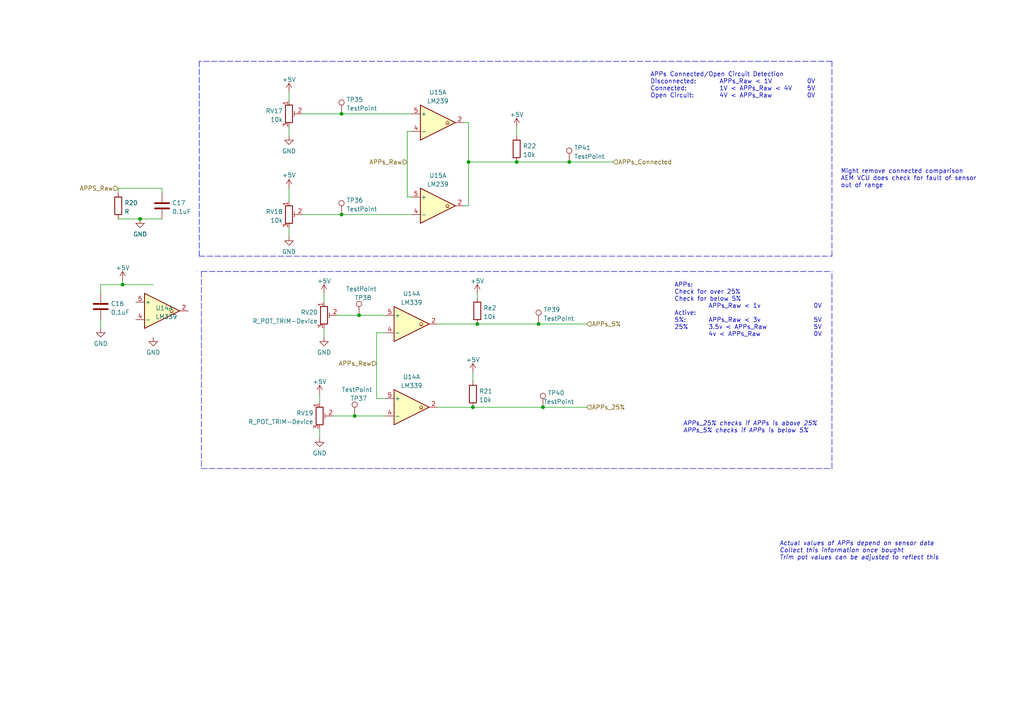
<source format=kicad_sch>
(kicad_sch (version 20211123) (generator eeschema)
  (paper "A4")
  (lib_symbols
    (symbol "20-ELC-2-01-R2(Appetizer)-rescue:R_POT_TRIM-Device" (pin_names (offset 1.016) hide)
      (property "Reference" "RV" (at -4.445 0 90))
      (property "Value" "R_POT_TRIM-Device" (at -2.54 0 90))
      (symbol "R_POT_TRIM-Device_0_1"
        (polyline (pts (xy 1.524 0.762) (xy 1.524 -0.762)))
        (polyline (pts (xy 2.54 0) (xy 1.524 0)))
        (rectangle (start 1.016 2.54) (end -1.016 -2.54) (stroke (width 0.254)))
      )
      (symbol "R_POT_TRIM-Device_1_1"
        (pin passive line (at 0 3.81 270) (length 1.27) (name "1") (number "1"))
        (pin passive line (at 3.81 0 180) (length 1.27) (name "2") (number "2"))
        (pin passive line (at 0 -3.81 90) (length 1.27) (name "3") (number "3"))
      )
    )
    (symbol "Comparator:LM339" (pin_names (offset 0.127))
      (property "Reference" "U" (at 0 5.08 0))
      (property "Value" "LM339" (at 0 -5.08 0))
      (symbol "LM339_1_1"
        (polyline (pts (xy -5.08 5.08) (xy 5.08 0) (xy -5.08 -5.08) (xy -5.08 5.08)) (stroke (width 0.254)) (fill (type background)))
        (polyline (pts (xy 3.302 -0.508) (xy 2.794 -0.508) (xy 3.302 0) (xy 2.794 0.508) (xy 2.286 0) (xy 2.794 -0.508) (xy 2.286 -0.508)) (stroke (width 0.127)))
        (pin open_collector line (at 7.62 0 180) (length 2.54) (name "~") (number "2"))
        (pin input line (at -7.62 -2.54 0) (length 2.54) (name "-") (number "4"))
        (pin input line (at -7.62 2.54 0) (length 2.54) (name "+") (number "5"))
      )
      (symbol "LM339_2_1"
        (polyline (pts (xy -5.08 5.08) (xy 5.08 0) (xy -5.08 -5.08) (xy -5.08 5.08)) (stroke (width 0.254)) (fill (type background)))
        (polyline (pts (xy 3.302 -0.508) (xy 2.794 -0.508) (xy 3.302 0) (xy 2.794 0.508) (xy 2.286 0) (xy 2.794 -0.508) (xy 2.286 -0.508)) (stroke (width 0.127)))
        (pin open_collector line (at 7.62 0 180) (length 2.54) (name "~") (number "1"))
        (pin input line (at -7.62 -2.54 0) (length 2.54) (name "-") (number "6"))
        (pin input line (at -7.62 2.54 0) (length 2.54) (name "+") (number "7"))
      )
      (symbol "LM339_3_1"
        (polyline (pts (xy -5.08 5.08) (xy 5.08 0) (xy -5.08 -5.08) (xy -5.08 5.08)) (stroke (width 0.254)) (fill (type background)))
        (polyline (pts (xy 3.302 -0.508) (xy 2.794 -0.508) (xy 3.302 0) (xy 2.794 0.508) (xy 2.286 0) (xy 2.794 -0.508) (xy 2.286 -0.508)) (stroke (width 0.127)))
        (pin input line (at -7.62 -2.54 0) (length 2.54) (name "-") (number "10"))
        (pin input line (at -7.62 2.54 0) (length 2.54) (name "+") (number "11"))
        (pin open_collector line (at 7.62 0 180) (length 2.54) (name "~") (number "13"))
      )
      (symbol "LM339_4_1"
        (polyline (pts (xy -5.08 5.08) (xy 5.08 0) (xy -5.08 -5.08) (xy -5.08 5.08)) (stroke (width 0.254)) (fill (type background)))
        (polyline (pts (xy 3.302 -0.508) (xy 2.794 -0.508) (xy 3.302 0) (xy 2.794 0.508) (xy 2.286 0) (xy 2.794 -0.508) (xy 2.286 -0.508)) (stroke (width 0.127)))
        (pin open_collector line (at 7.62 0 180) (length 2.54) (name "~") (number "14"))
        (pin input line (at -7.62 -2.54 0) (length 2.54) (name "-") (number "8"))
        (pin input line (at -7.62 2.54 0) (length 2.54) (name "+") (number "9"))
      )
      (symbol "LM339_5_1"
        (pin power_in line (at -2.54 -7.62 90) (length 3.81) (name "V-") (number "12"))
        (pin power_in line (at -2.54 7.62 270) (length 3.81) (name "V+") (number "3"))
      )
    )
    (symbol "Connector:TestPoint" (pin_numbers hide) (pin_names (offset 0.762) hide)
      (property "Reference" "TP" (at 0 6.858 0))
      (property "Value" "TestPoint" (at 0 5.08 0))
      (symbol "TestPoint_0_1"
        (circle (center 0 3.302) (radius 0.762))
      )
      (symbol "TestPoint_1_1"
        (pin passive line (at 0 0 90) (length 2.54) (name "1") (number "1"))
      )
    )
    (symbol "Device:C" (pin_numbers hide) (pin_names (offset 0.254))
      (property "Reference" "C" (at 0.635 2.54 0))
      (property "Value" "C" (at 0.635 -2.54 0))
      (symbol "C_0_1"
        (polyline (pts (xy -2.032 -0.762) (xy 2.032 -0.762)) (stroke (width 0.508)))
        (polyline (pts (xy -2.032 0.762) (xy 2.032 0.762)) (stroke (width 0.508)))
      )
      (symbol "C_1_1"
        (pin passive line (at 0 3.81 270) (length 2.794) (name "~") (number "1"))
        (pin passive line (at 0 -3.81 90) (length 2.794) (name "~") (number "2"))
      )
    )
    (symbol "Device:R" (pin_numbers hide) (pin_names (offset 0))
      (property "Reference" "R" (at 2.032 0 90))
      (property "Value" "R" (at 0 0 90))
      (symbol "R_0_1"
        (rectangle (start -1.016 -2.54) (end 1.016 2.54) (stroke (width 0.254)))
      )
      (symbol "R_1_1"
        (pin passive line (at 0 3.81 270) (length 1.27) (name "~") (number "1"))
        (pin passive line (at 0 -3.81 90) (length 1.27) (name "~") (number "2"))
      )
    )
    (symbol "power:+5V" (power) (pin_names (offset 0))
      (property "Value" "+5V" (at 0 3.556 0))
      (symbol "+5V_0_1"
        (polyline (pts (xy -0.762 1.27) (xy 0 2.54)))
        (polyline (pts (xy 0 0) (xy 0 2.54)))
        (polyline (pts (xy 0 2.54) (xy 0.762 1.27)))
      )
      (symbol "+5V_1_1"
        (pin power_in line (at 0 0 90) (length 0) hide (name "+5V") (number "1"))
      )
    )
    (symbol "power:GND" (power) (pin_names (offset 0))
      (property "Value" "GND" (at 0 -3.81 0))
      (symbol "GND_0_1"
        (polyline (pts (xy 0 0) (xy 0 -1.27) (xy 1.27 -1.27) (xy 0 -2.54) (xy -1.27 -1.27) (xy 0 -1.27)))
      )
      (symbol "GND_1_1"
        (pin power_in line (at 0 0 270) (length 0) hide (name "GND") (number "1"))
      )
    )
  )
  (junction (at 99.06 62.23))
  (junction (at 135.89 46.99))
  (junction (at 104.14 91.44))
  (junction (at 35.56 82.55))
  (junction (at 40.64 63.5))
  (junction (at 149.86 46.99))
  (junction (at 157.48 118.11))
  (junction (at 99.06 33.02))
  (junction (at 165.1 46.99))
  (junction (at 137.16 118.11))
  (junction (at 156.21 93.98))
  (junction (at 138.43 93.98))
  (junction (at 102.87 120.65))
  (wire (pts (xy 157.48 118.11) (xy 170.18 118.11)))
  (wire (pts (xy 97.79 91.44) (xy 104.14 91.44)))
  (polyline (pts (xy 58.42 78.74) (xy 58.42 135.89)))
  (wire (pts (xy 46.99 54.61) (xy 46.99 55.88)))
  (wire (pts (xy 87.63 33.02) (xy 99.06 33.02)))
  (wire (pts (xy 29.21 82.55) (xy 35.56 82.55)))
  (wire (pts (xy 102.87 120.65) (xy 111.76 120.65)))
  (wire (pts (xy 99.06 62.23) (xy 119.38 62.23)))
  (wire (pts (xy 34.29 54.61) (xy 34.29 55.88)))
  (wire (pts (xy 149.86 36.83) (xy 149.86 39.37)))
  (wire (pts (xy 104.14 91.44) (xy 111.76 91.44)))
  (polyline (pts (xy 58.42 135.89) (xy 241.3 135.89)))
  (wire (pts (xy 109.22 96.52) (xy 109.22 115.57)))
  (wire (pts (xy 135.89 59.69) (xy 135.89 46.99)))
  (polyline (pts (xy 241.3 74.295) (xy 241.3 17.78)))
  (polyline (pts (xy 241.3 135.89) (xy 241.3 78.74)))
  (wire (pts (xy 127 118.11) (xy 137.16 118.11)))
  (polyline (pts (xy 57.15 78.74) (xy 57.15 78.74)))
  (polyline (pts (xy 57.785 17.78) (xy 57.785 18.415)))
  (wire (pts (xy 92.71 124.46) (xy 92.71 127)))
  (wire (pts (xy 35.56 81.28) (xy 35.56 82.55)))
  (wire (pts (xy 135.89 46.99) (xy 135.89 35.56)))
  (wire (pts (xy 29.21 92.71) (xy 29.21 95.25)))
  (wire (pts (xy 135.89 46.99) (xy 149.86 46.99)))
  (wire (pts (xy 165.1 46.99) (xy 177.8 46.99)))
  (wire (pts (xy 134.62 59.69) (xy 135.89 59.69)))
  (wire (pts (xy 127 93.98) (xy 138.43 93.98)))
  (wire (pts (xy 138.43 93.98) (xy 156.21 93.98)))
  (wire (pts (xy 83.82 26.67) (xy 83.82 29.21)))
  (wire (pts (xy 135.89 35.56) (xy 134.62 35.56)))
  (wire (pts (xy 99.06 33.02) (xy 119.38 33.02)))
  (wire (pts (xy 119.38 38.1) (xy 118.11 38.1)))
  (wire (pts (xy 93.98 85.09) (xy 93.98 87.63)))
  (polyline (pts (xy 241.3 17.78) (xy 57.785 17.78)))
  (polyline (pts (xy 57.785 74.295) (xy 241.3 74.295)))
  (wire (pts (xy 92.71 114.3) (xy 92.71 116.84)))
  (wire (pts (xy 87.63 62.23) (xy 99.06 62.23)))
  (wire (pts (xy 83.82 66.04) (xy 83.82 68.58)))
  (wire (pts (xy 40.64 63.5) (xy 46.99 63.5)))
  (polyline (pts (xy 57.785 17.78) (xy 57.785 74.295)))
  (wire (pts (xy 118.11 57.15) (xy 119.38 57.15)))
  (wire (pts (xy 34.29 54.61) (xy 46.99 54.61)))
  (wire (pts (xy 96.52 120.65) (xy 102.87 120.65)))
  (wire (pts (xy 138.43 85.09) (xy 138.43 86.36)))
  (wire (pts (xy 83.82 36.83) (xy 83.82 39.37)))
  (wire (pts (xy 34.29 63.5) (xy 40.64 63.5)))
  (polyline (pts (xy 58.42 78.74) (xy 241.3 78.74)))
  (wire (pts (xy 35.56 82.55) (xy 44.45 82.55)))
  (wire (pts (xy 156.21 93.98) (xy 170.18 93.98)))
  (wire (pts (xy 149.86 46.99) (xy 165.1 46.99)))
  (wire (pts (xy 109.22 115.57) (xy 111.76 115.57)))
  (wire (pts (xy 29.21 82.55) (xy 29.21 85.09)))
  (wire (pts (xy 83.82 54.61) (xy 83.82 58.42)))
  (wire (pts (xy 111.76 96.52) (xy 109.22 96.52)))
  (wire (pts (xy 137.16 118.11) (xy 157.48 118.11)))
  (wire (pts (xy 137.16 107.95) (xy 137.16 110.49)))
  (wire (pts (xy 118.11 38.1) (xy 118.11 57.15)))
  (wire (pts (xy 93.98 95.25) (xy 93.98 97.79)))
  (text "APPs_25% checks if APPs is above 25%\nAPPs_5% checks if APPs is below 5%" (at 198.12 125.73 0) (effects (font (size 1.27 1.27) italic) (justify left bottom)))
  (text "Might remove connected comparison\nAEM VCU does check for fault of sensor\nout of range" (at 243.84 54.61 0) (effects (font (size 1.27 1.27)) (justify left bottom)))
  (text "Actual values of APPs depend on sensor data\nCollect this information once bought\nTrim pot values can be adjusted to reflect this" (at 226.06 162.56 0) (effects (font (size 1.27 1.27) italic) (justify left bottom)))
  (text "APPs:\nCheck for over 25%\nCheck for below 5%\n		APPs_Raw < 1v			0V\nActive:	\n5%: 	APPs_Raw < 3v			5V\n25%		3.5v < APPs_Raw			5V\n		4v < APPs_Raw			0V" (at 195.58 97.79 0) (effects (font (size 1.27 1.27)) (justify left bottom)))
  (text "APPs Connected/Open Circuit Detection\nDisconnected: 	APPs_Raw < 1V		0V\nConnected: 		1V < APPs_Raw < 4V	5V\nOpen Circuit: 	4V < APPs_Raw		0V" (at 188.595 28.575 0) (effects (font (size 1.27 1.27)) (justify left bottom)))
  (hierarchical_label "APPs_Connected" (shape input) (at 177.8 46.99 0))
  (hierarchical_label "APPS_Raw" (shape input) (at 34.29 54.61 180))
  (hierarchical_label "APPs_25%" (shape input) (at 170.18 118.11 0))
  (hierarchical_label "APPs_Raw" (shape input) (at 109.22 105.41 180))
  (hierarchical_label "APPs_5%" (shape input) (at 170.18 93.98 0))
  (hierarchical_label "APPs_Raw" (shape input) (at 118.11 46.99 180))
  (symbol (lib_id "Connector:TestPoint") (at 156.21 93.98 0)
    (property "Reference" "TP39" (at 157.607 89.8433 0) (effects (justify left)))
    (property "Value" "TestPoint" (at 157.607 92.3802 0) (effects (justify left)))
    (property "Footprint" "TestPoint:TestPoint_THTPad_D1.0mm_Drill0.5mm" (effects hide))
  )
  (symbol (lib_id "Connector:TestPoint") (at 104.14 91.44 0)
    (property "Reference" "TP38" (at 102.87 86.36 0) (effects (justify left)))
    (property "Value" "TestPoint" (at 100.33 83.82 0) (effects (justify left)))
    (property "Footprint" "TestPoint:TestPoint_THTPad_D1.0mm_Drill0.5mm" (effects hide))
  )
  (symbol (lib_id "power:+5V") (at 92.71 114.3 0)
    (property "Reference" "#PWR0102" (effects hide))
    (property "Value" "+5V" (at 92.71 110.7242 0))
  )
  (symbol (lib_id "power:GND") (at 93.98 97.79 0)
    (property "Reference" "#PWR0105" (effects hide))
    (property "Value" "GND" (at 93.98 102.2334 0))
  )
  (symbol (lib_id "20-ELC-2-01-R2(Appetizer)-rescue:R_POT_TRIM-Device") (at 92.71 120.65 0)
    (property "Reference" "RV19" (at 90.932 119.8153 0) (effects (justify right)))
    (property "Value" "R_POT_TRIM-Device" (at 90.932 122.3522 0) (effects (justify right)))
    (property "Footprint" "LHRE Footprint Library:PV36W201C01B00" (effects hide))
    (property "Datasheet" "https://www.mouser.com/datasheet/2/54/pv36-907345.pdf" (effects hide))
  )
  (symbol (lib_id "Connector:TestPoint") (at 99.06 62.23 0)
    (property "Reference" "TP36" (at 100.457 58.0933 0) (effects (justify left)))
    (property "Value" "TestPoint" (at 100.457 60.6302 0) (effects (justify left)))
    (property "Footprint" "TestPoint:TestPoint_THTPad_D1.0mm_Drill0.5mm" (effects hide))
  )
  (symbol (lib_id "power:+5V") (at 83.82 54.61 0)
    (property "Reference" "#PWR0100" (effects hide))
    (property "Value" "+5V" (at 83.82 50.8 0))
  )
  (symbol (lib_id "Device:R") (at 149.86 43.18 0)
    (property "Reference" "R22" (at 151.638 42.3453 0) (effects (justify left)))
    (property "Value" "10k" (at 151.638 44.8822 0) (effects (justify left)))
    (property "Footprint" "Resistor_SMD:R_0603_1608Metric_Pad0.98x0.95mm_HandSolder" (effects hide))
  )
  (symbol (lib_id "Device:C") (at 29.21 88.9 0)
    (property "Reference" "C16" (at 32.131 88.0653 0) (effects (justify left)))
    (property "Value" "0.1uF" (at 32.131 90.6022 0) (effects (justify left)))
    (property "Footprint" "Capacitor_SMD:C_0603_1608Metric_Pad1.08x0.95mm_HandSolder" (effects hide))
  )
  (symbol (lib_id "power:GND") (at 29.21 95.25 0)
    (property "Reference" "#PWR094" (effects hide))
    (property "Value" "GND" (at 29.21 99.6934 0))
  )
  (symbol (lib_id "Connector:TestPoint") (at 99.06 33.02 0)
    (property "Reference" "TP35" (at 100.457 28.8833 0) (effects (justify left)))
    (property "Value" "TestPoint" (at 100.457 31.4202 0) (effects (justify left)))
    (property "Footprint" "TestPoint:TestPoint_THTPad_D1.0mm_Drill0.5mm" (effects hide))
  )
  (symbol (lib_id "Comparator:LM339") (at 46.99 90.17 0)
    (property "Reference" "U14" (at 45.085 89.3353 0) (effects (justify left)))
    (property "Value" "LM339" (at 45.085 91.8722 0) (effects (justify left)))
    (property "Datasheet" "https://www.st.com/resource/en/datasheet/lm139.pdf" (effects hide))
  )
  (symbol (lib_id "power:+5V") (at 149.86 36.83 0)
    (property "Reference" "#PWR0108" (effects hide))
    (property "Value" "+5V" (at 149.86 33.2542 0))
  )
  (symbol (lib_id "Device:R") (at 138.43 90.17 0)
    (property "Reference" "Re2" (at 140.208 89.3353 0) (effects (justify left)))
    (property "Value" "10k" (at 140.208 91.8722 0) (effects (justify left)))
  )
  (symbol (lib_id "Connector:TestPoint") (at 102.87 120.65 0)
    (property "Reference" "TP37" (at 101.6 115.57 0) (effects (justify left)))
    (property "Value" "TestPoint" (at 99.06 113.03 0) (effects (justify left)))
    (property "Footprint" "TestPoint:TestPoint_THTPad_D1.0mm_Drill0.5mm" (effects hide))
  )
  (symbol (lib_id "power:+5V") (at 138.43 85.09 0)
    (property "Reference" "#PWR0107" (effects hide))
    (property "Value" "+5V" (at 138.43 81.5142 0))
  )
  (symbol (lib_id "power:+5V") (at 83.82 26.67 0)
    (property "Reference" "#PWR098" (effects hide))
    (property "Value" "+5V" (at 83.82 23.0942 0))
  )
  (symbol (lib_id "power:GND") (at 83.82 39.37 0)
    (property "Reference" "#PWR099" (effects hide))
    (property "Value" "GND" (at 83.82 43.8134 0))
  )
  (symbol (lib_id "Device:R") (at 137.16 114.3 0)
    (property "Reference" "R21" (at 138.938 113.4653 0) (effects (justify left)))
    (property "Value" "10k" (at 138.938 116.0022 0) (effects (justify left)))
    (property "Footprint" "Resistor_SMD:R_0603_1608Metric_Pad0.98x0.95mm_HandSolder" (effects hide))
  )
  (symbol (lib_id "Comparator:LM339") (at 119.38 118.11 0)
    (property "Reference" "U14" (at 119.38 109.3302 0))
    (property "Value" "LM339" (at 119.38 111.8671 0))
    (property "Datasheet" "https://www.st.com/resource/en/datasheet/lm139.pdf" (effects hide))
  )
  (symbol (lib_id "power:GND") (at 44.45 97.79 0)
    (property "Reference" "#PWR097" (effects hide))
    (property "Value" "GND" (at 44.45 102.2334 0))
  )
  (symbol (lib_id "power:GND") (at 40.64 63.5 0)
    (property "Reference" "#PWR096" (effects hide))
    (property "Value" "GND" (at 40.64 67.9434 0))
  )
  (symbol (lib_id "20-ELC-2-01-R2(Appetizer)-rescue:R_POT_TRIM-Device") (at 83.82 33.02 0)
    (property "Reference" "RV17" (at 82.042 32.1853 0) (effects (justify right)))
    (property "Value" "10k" (at 82.042 34.7222 0) (effects (justify right)))
    (property "Footprint" "LHRE Footprint Library:PV36W201C01B00" (effects hide))
    (property "Datasheet" "https://www.mouser.com/datasheet/2/54/pv36-907345.pdf" (effects hide))
  )
  (symbol (lib_id "20-ELC-2-01-R2(Appetizer)-rescue:R_POT_TRIM-Device") (at 83.82 62.23 0)
    (property "Reference" "RV18" (at 82.042 61.3953 0) (effects (justify right)))
    (property "Value" "10k" (at 82.042 63.9322 0) (effects (justify right)))
    (property "Footprint" "LHRE Footprint Library:PV36W201C01B00" (effects hide))
    (property "Datasheet" "https://www.mouser.com/datasheet/2/54/pv36-907345.pdf" (effects hide))
  )
  (symbol (lib_id "Connector:TestPoint") (at 157.48 118.11 0)
    (property "Reference" "TP40" (at 158.877 113.9733 0) (effects (justify left)))
    (property "Value" "TestPoint" (at 157.607 116.5102 0) (effects (justify left)))
    (property "Footprint" "TestPoint:TestPoint_THTPad_D1.0mm_Drill0.5mm" (effects hide))
  )
  (symbol (lib_id "power:+5V") (at 93.98 85.09 0)
    (property "Reference" "#PWR0104" (effects hide))
    (property "Value" "+5V" (at 93.98 81.5142 0))
  )
  (symbol (lib_id "Device:C") (at 46.99 59.69 0)
    (property "Reference" "C17" (at 49.911 58.8553 0) (effects (justify left)))
    (property "Value" "0.1uF" (at 49.911 61.3922 0) (effects (justify left)))
    (property "Footprint" "Capacitor_SMD:C_0603_1608Metric_Pad1.08x0.95mm_HandSolder" (effects hide))
  )
  (symbol (lib_id "Comparator:LM339") (at 119.38 93.98 0)
    (property "Reference" "U14" (at 119.38 85.2002 0))
    (property "Value" "LM339" (at 119.38 87.7371 0))
    (property "Datasheet" "https://www.st.com/resource/en/datasheet/lm139.pdf" (effects hide))
  )
  (symbol (lib_id "power:+5V") (at 35.56 81.28 0)
    (property "Reference" "#PWR095" (effects hide))
    (property "Value" "+5V" (at 35.56 77.7042 0))
  )
  (symbol (lib_id "power:+5V") (at 137.16 107.95 0)
    (property "Reference" "#PWR0106" (effects hide))
    (property "Value" "+5V" (at 137.16 104.3742 0))
  )
  (symbol (lib_id "20-ELC-2-01-R2(Appetizer)-rescue:R_POT_TRIM-Device") (at 93.98 91.44 0)
    (property "Reference" "RV20" (at 92.202 90.6053 0) (effects (justify right)))
    (property "Value" "R_POT_TRIM-Device" (at 92.202 93.1422 0) (effects (justify right)))
    (property "Footprint" "LHRE Footprint Library:PV36W201C01B00" (effects hide))
    (property "Datasheet" "https://www.mouser.com/datasheet/2/54/pv36-907345.pdf" (effects hide))
  )
  (symbol (lib_id "Comparator:LM339") (at 127 59.69 0)
    (property "Reference" "U15" (at 127 50.9102 0))
    (property "Value" "LM239" (at 127 53.4471 0))
    (property "Datasheet" "https://www.st.com/resource/en/datasheet/lm139.pdf" (effects hide))
  )
  (symbol (lib_id "power:GND") (at 83.82 68.58 0)
    (property "Reference" "#PWR0101" (effects hide))
    (property "Value" "GND" (at 83.82 73.0234 0))
  )
  (symbol (lib_id "Device:R") (at 34.29 59.69 0)
    (property "Reference" "R20" (at 36.068 58.8553 0) (effects (justify left)))
    (property "Value" "R" (at 36.068 61.3922 0) (effects (justify left)))
    (property "Footprint" "Resistor_SMD:R_0603_1608Metric_Pad0.98x0.95mm_HandSolder" (effects hide))
  )
  (symbol (lib_id "power:GND") (at 92.71 127 0)
    (property "Reference" "#PWR0103" (effects hide))
    (property "Value" "GND" (at 92.71 131.4434 0))
  )
  (symbol (lib_id "Comparator:LM339") (at 127 35.56 0)
    (property "Reference" "U15" (at 127 26.7802 0))
    (property "Value" "LM239" (at 127 29.3171 0))
    (property "Datasheet" "https://www.st.com/resource/en/datasheet/lm139.pdf" (effects hide))
  )
  (symbol (lib_id "Connector:TestPoint") (at 165.1 46.99 0)
    (property "Reference" "TP41" (at 166.497 42.8533 0) (effects (justify left)))
    (property "Value" "TestPoint" (at 166.497 45.3902 0) (effects (justify left)))
    (property "Footprint" "TestPoint:TestPoint_THTPad_D1.0mm_Drill0.5mm" (effects hide))
  )
)
</source>
